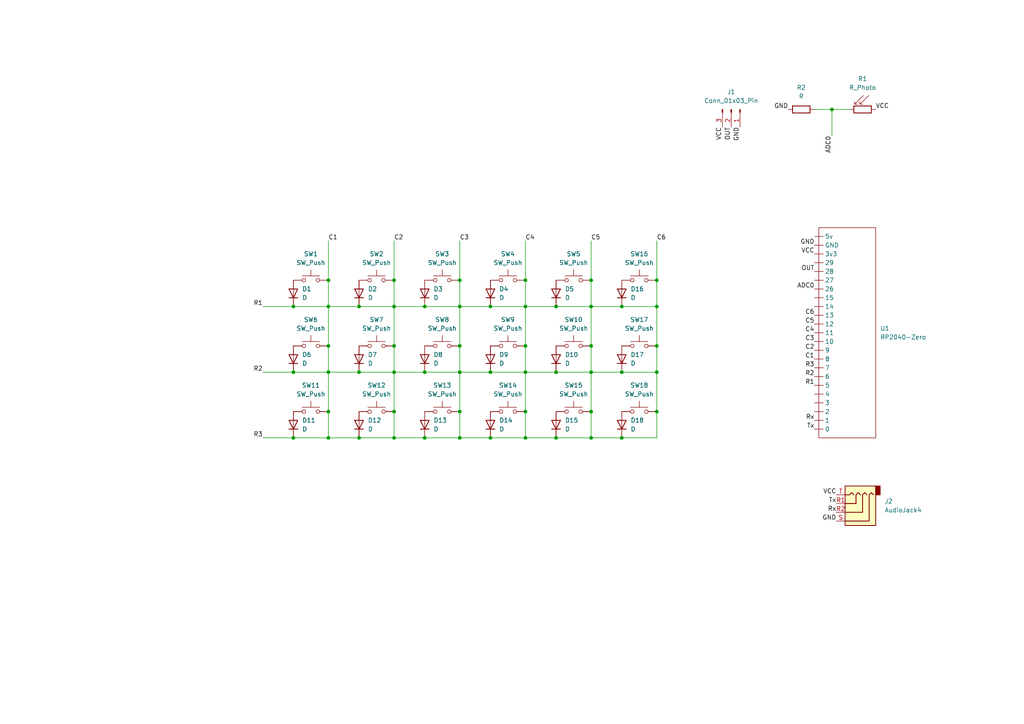
<source format=kicad_sch>
(kicad_sch (version 20250114) (generator "eeschema") (generator_version "9.0")
  (paper "A4")
  (lib_symbols
    (symbol "Connector:Conn_01x03_Pin" (pin_names (offset 1.016) (hide yes))
      (property "Reference" "J" (at 0 5.08 0))
      (property "Value" "Conn_01x03_Pin" (at 0 -5.08 0))
      (symbol "Conn_01x03_Pin_1_1"
        (rectangle (start 0.8636 2.667) (end 0 2.413) (stroke (width 0.1524)) (fill (type outline)))
        (rectangle (start 0.8636 0.127) (end 0 -0.127) (stroke (width 0.1524)) (fill (type outline)))
        (rectangle (start 0.8636 -2.413) (end 0 -2.667) (stroke (width 0.1524)) (fill (type outline)))
        (polyline (pts (xy 1.27 2.54) (xy 0.8636 2.54)) (stroke (width 0.1524)))
        (polyline (pts (xy 1.27 0) (xy 0.8636 0)) (stroke (width 0.1524)))
        (polyline (pts (xy 1.27 -2.54) (xy 0.8636 -2.54)) (stroke (width 0.1524)))
        (pin passive line (at 5.08 2.54 180) (length 3.81) (name "Pin_1") (number "1"))
        (pin passive line (at 5.08 0 180) (length 3.81) (name "Pin_2") (number "2"))
        (pin passive line (at 5.08 -2.54 180) (length 3.81) (name "Pin_3") (number "3"))
      )
    )
    (symbol "Connector_Audio:AudioJack4"
      (property "Reference" "J" (at 0 8.89 0))
      (property "Value" "AudioJack4" (at 0 6.35 0))
      (symbol "AudioJack4_0_1"
        (rectangle (start -6.35 -5.08) (end -7.62 -7.62) (stroke (width 0.254)) (fill (type outline)))
        (polyline (pts (xy -5.715 -5.08) (xy -5.08 -5.715) (xy -4.445 -5.08) (xy -4.445 2.54) (xy 2.54 2.54)) (stroke (width 0.254)))
        (polyline (pts (xy -1.905 -5.08) (xy -1.27 -5.715) (xy -0.635 -5.08) (xy -0.635 -2.54) (xy 2.54 -2.54)) (stroke (width 0.254)))
        (polyline (pts (xy 0 -5.08) (xy 0.635 -5.715) (xy 1.27 -5.08) (xy 2.54 -5.08)) (stroke (width 0.254)))
        (rectangle (start 2.54 3.81) (end -6.35 -7.62) (stroke (width 0.254)) (fill (type background)))
        (polyline (pts (xy 2.54 0) (xy -2.54 0) (xy -2.54 -5.08) (xy -3.175 -5.715) (xy -3.81 -5.08)) (stroke (width 0.254)))
      )
      (symbol "AudioJack4_1_1"
        (pin passive line (at 5.08 2.54 180) (length 2.54) (name "~") (number "S"))
        (pin passive line (at 5.08 0 180) (length 2.54) (name "~") (number "R2"))
        (pin passive line (at 5.08 -2.54 180) (length 2.54) (name "~") (number "R1"))
        (pin passive line (at 5.08 -5.08 180) (length 2.54) (name "~") (number "T"))
      )
    )
    (symbol "Device:D" (pin_numbers (hide yes)) (pin_names (offset 1.016) (hide yes))
      (property "Reference" "D" (at 0 2.54 0))
      (property "Value" "D" (at 0 -2.54 0))
      (symbol "D_0_1"
        (polyline (pts (xy -1.27 1.27) (xy -1.27 -1.27)) (stroke (width 0.254)))
        (polyline (pts (xy 1.27 1.27) (xy 1.27 -1.27) (xy -1.27 0) (xy 1.27 1.27)) (stroke (width 0.254)))
        (polyline (pts (xy 1.27 0) (xy -1.27 0)))
      )
      (symbol "D_1_1"
        (pin passive line (at -3.81 0 0) (length 2.54) (name "K") (number "1"))
        (pin passive line (at 3.81 0 180) (length 2.54) (name "A") (number "2"))
      )
    )
    (symbol "Device:R" (pin_numbers (hide yes)) (pin_names (offset 0))
      (property "Reference" "R" (at 2.032 0 90))
      (property "Value" "R" (at 0 0 90))
      (symbol "R_0_1"
        (rectangle (start -1.016 -2.54) (end 1.016 2.54) (stroke (width 0.254)))
      )
      (symbol "R_1_1"
        (pin passive line (at 0 3.81 270) (length 1.27) (name "~") (number "1"))
        (pin passive line (at 0 -3.81 90) (length 1.27) (name "~") (number "2"))
      )
    )
    (symbol "Device:R_Photo" (pin_numbers (hide yes)) (pin_names (offset 0))
      (property "Reference" "R" (at 1.27 1.27 0))
      (property "Value" "R_Photo" (at 1.27 0 0))
      (symbol "R_Photo_0_1"
        (polyline (pts (xy -1.524 -0.762) (xy -4.064 1.778)))
        (polyline (pts (xy -1.524 -0.762) (xy -2.286 -0.762)))
        (polyline (pts (xy -1.524 -0.762) (xy -1.524 0)))
        (polyline (pts (xy -1.524 -2.286) (xy -4.064 0.254)))
        (polyline (pts (xy -1.524 -2.286) (xy -2.286 -2.286)))
        (polyline (pts (xy -1.524 -2.286) (xy -1.524 -1.524)))
        (rectangle (start -1.016 2.54) (end 1.016 -2.54) (stroke (width 0.254)))
      )
      (symbol "R_Photo_1_1"
        (pin passive line (at 0 3.81 270) (length 1.27) (name "~") (number "1"))
        (pin passive line (at 0 -3.81 90) (length 1.27) (name "~") (number "2"))
      )
    )
    (symbol "RP2040-Zero:RP2040-Zero" (pin_numbers (hide yes))
      (property "Reference" "U" (at 0 0 0))
      (property "Value" "RP2040-Zero" (at 0 -2.54 0))
      (symbol "RP2040-Zero_0_1"
        (rectangle (start -7.62 6.35) (end 8.89 -54.61))
      )
      (symbol "RP2040-Zero_1_1"
        (pin bidirectional line (at 10.16 3.81 180) (length 2.54) (name "0") (number "0"))
        (pin bidirectional line (at 10.16 1.27 180) (length 2.54) (name "1") (number "1"))
        (pin bidirectional line (at 10.16 -1.27 180) (length 2.54) (name "2") (number "2"))
        (pin bidirectional line (at 10.16 -3.81 180) (length 2.54) (name "3") (number "3"))
        (pin bidirectional line (at 10.16 -6.35 180) (length 2.54) (name "4") (number "4"))
        (pin bidirectional line (at 10.16 -8.89 180) (length 2.54) (name "5") (number "5"))
        (pin bidirectional line (at 10.16 -11.43 180) (length 2.54) (name "6") (number "6"))
        (pin bidirectional line (at 10.16 -13.97 180) (length 2.54) (name "7") (number "7"))
        (pin bidirectional line (at 10.16 -16.51 180) (length 2.54) (name "8") (number "8"))
        (pin bidirectional line (at 10.16 -19.05 180) (length 2.54) (name "9") (number "9"))
        (pin bidirectional line (at 10.16 -21.59 180) (length 2.54) (name "10") (number "10"))
        (pin bidirectional line (at 10.16 -24.13 180) (length 2.54) (name "11") (number "11"))
        (pin bidirectional line (at 10.16 -26.67 180) (length 2.54) (name "12") (number "12"))
        (pin bidirectional line (at 10.16 -29.21 180) (length 2.54) (name "13") (number "13"))
        (pin bidirectional line (at 10.16 -31.75 180) (length 2.54) (name "14") (number "14"))
        (pin bidirectional line (at 10.16 -34.29 180) (length 2.54) (name "15") (number "15"))
        (pin bidirectional line (at 10.16 -36.83 180) (length 2.54) (name "26") (number "26"))
        (pin bidirectional line (at 10.16 -39.37 180) (length 2.54) (name "27") (number "27"))
        (pin bidirectional line (at 10.16 -41.91 180) (length 2.54) (name "28") (number "28"))
        (pin bidirectional line (at 10.16 -44.45 180) (length 2.54) (name "29") (number "29"))
        (pin bidirectional line (at 10.16 -46.99 180) (length 2.54) (name "3v3") (number "3v3"))
        (pin bidirectional line (at 10.16 -49.53 180) (length 2.54) (name "GND") (number "GND"))
        (pin bidirectional line (at 10.16 -52.07 180) (length 2.54) (name "5v") (number "5v"))
      )
    )
    (symbol "Switch:SW_Push" (pin_numbers (hide yes)) (pin_names (offset 1.016) (hide yes))
      (property "Reference" "SW" (at 1.27 2.54 0))
      (property "Value" "SW_Push" (at 0 -1.524 0))
      (symbol "SW_Push_0_1"
        (circle (center -2.032 0) (radius 0.508))
        (polyline (pts (xy 0 1.27) (xy 0 3.048)))
        (circle (center 2.032 0) (radius 0.508))
        (polyline (pts (xy 2.54 1.27) (xy -2.54 1.27)))
        (pin passive line (at -5.08 0 0) (length 2.54) (name "1") (number "1"))
        (pin passive line (at 5.08 0 180) (length 2.54) (name "2") (number "2"))
      )
    )
  )
  (junction (at 190.5 119.38))
  (junction (at 104.14 127))
  (junction (at 95.25 119.38))
  (junction (at 95.25 100.33))
  (junction (at 152.4 127))
  (junction (at 114.3 127))
  (junction (at 152.4 81.28))
  (junction (at 171.45 127))
  (junction (at 114.3 88.9))
  (junction (at 171.45 107.95))
  (junction (at 171.45 119.38))
  (junction (at 190.5 100.33))
  (junction (at 180.34 107.95))
  (junction (at 133.35 100.33))
  (junction (at 123.19 88.9))
  (junction (at 114.3 81.28))
  (junction (at 241.3 31.75))
  (junction (at 190.5 107.95))
  (junction (at 114.3 100.33))
  (junction (at 171.45 100.33))
  (junction (at 171.45 88.9))
  (junction (at 161.29 88.9))
  (junction (at 161.29 107.95))
  (junction (at 133.35 127))
  (junction (at 123.19 127))
  (junction (at 114.3 119.38))
  (junction (at 104.14 88.9))
  (junction (at 104.14 107.95))
  (junction (at 95.25 127))
  (junction (at 142.24 88.9))
  (junction (at 133.35 107.95))
  (junction (at 85.09 88.9))
  (junction (at 152.4 100.33))
  (junction (at 190.5 88.9))
  (junction (at 190.5 81.28))
  (junction (at 161.29 127))
  (junction (at 85.09 127))
  (junction (at 85.09 107.95))
  (junction (at 142.24 107.95))
  (junction (at 171.45 81.28))
  (junction (at 142.24 127))
  (junction (at 95.25 107.95))
  (junction (at 152.4 119.38))
  (junction (at 133.35 81.28))
  (junction (at 152.4 107.95))
  (junction (at 95.25 81.28))
  (junction (at 114.3 107.95))
  (junction (at 123.19 107.95))
  (junction (at 133.35 119.38))
  (junction (at 180.34 88.9))
  (junction (at 95.25 88.9))
  (junction (at 180.34 127))
  (junction (at 133.35 88.9))
  (junction (at 152.4 88.9))
  (wire (pts (xy 133.35 100.33) (xy 133.35 107.95)))
  (wire (pts (xy 95.25 88.9) (xy 104.14 88.9)))
  (wire (pts (xy 142.24 107.95) (xy 152.4 107.95)))
  (wire (pts (xy 161.29 127) (xy 171.45 127)))
  (wire (pts (xy 114.3 100.33) (xy 114.3 107.95)))
  (wire (pts (xy 171.45 100.33) (xy 171.45 107.95)))
  (wire (pts (xy 190.5 88.9) (xy 190.5 100.33)))
  (wire (pts (xy 152.4 107.95) (xy 161.29 107.95)))
  (wire (pts (xy 152.4 69.85) (xy 152.4 81.28)))
  (wire (pts (xy 95.25 119.38) (xy 95.25 127)))
  (wire (pts (xy 190.5 107.95) (xy 190.5 119.38)))
  (wire (pts (xy 114.3 119.38) (xy 114.3 127)))
  (wire (pts (xy 114.3 107.95) (xy 114.3 119.38)))
  (wire (pts (xy 152.4 107.95) (xy 152.4 119.38)))
  (wire (pts (xy 133.35 88.9) (xy 142.24 88.9)))
  (wire (pts (xy 76.2 107.95) (xy 85.09 107.95)))
  (wire (pts (xy 104.14 88.9) (xy 114.3 88.9)))
  (wire (pts (xy 114.3 81.28) (xy 114.3 88.9)))
  (wire (pts (xy 95.25 69.85) (xy 95.25 81.28)))
  (wire (pts (xy 171.45 81.28) (xy 171.45 88.9)))
  (wire (pts (xy 241.3 31.75) (xy 241.3 39.37)))
  (wire (pts (xy 152.4 88.9) (xy 161.29 88.9)))
  (wire (pts (xy 114.3 127) (xy 123.19 127)))
  (wire (pts (xy 152.4 100.33) (xy 152.4 107.95)))
  (wire (pts (xy 123.19 127) (xy 133.35 127)))
  (wire (pts (xy 171.45 107.95) (xy 180.34 107.95)))
  (wire (pts (xy 123.19 88.9) (xy 133.35 88.9)))
  (wire (pts (xy 95.25 127) (xy 104.14 127)))
  (wire (pts (xy 180.34 107.95) (xy 190.5 107.95)))
  (wire (pts (xy 152.4 81.28) (xy 152.4 88.9)))
  (wire (pts (xy 133.35 119.38) (xy 133.35 127)))
  (wire (pts (xy 85.09 107.95) (xy 95.25 107.95)))
  (wire (pts (xy 142.24 88.9) (xy 152.4 88.9)))
  (wire (pts (xy 190.5 100.33) (xy 190.5 107.95)))
  (wire (pts (xy 171.45 88.9) (xy 180.34 88.9)))
  (wire (pts (xy 152.4 119.38) (xy 152.4 127)))
  (wire (pts (xy 133.35 127) (xy 142.24 127)))
  (wire (pts (xy 95.25 88.9) (xy 95.25 100.33)))
  (wire (pts (xy 171.45 88.9) (xy 171.45 100.33)))
  (wire (pts (xy 133.35 69.85) (xy 133.35 81.28)))
  (wire (pts (xy 161.29 107.95) (xy 171.45 107.95)))
  (wire (pts (xy 180.34 127) (xy 190.5 127)))
  (wire (pts (xy 171.45 127) (xy 180.34 127)))
  (wire (pts (xy 236.22 31.75) (xy 241.3 31.75)))
  (wire (pts (xy 123.19 107.95) (xy 133.35 107.95)))
  (wire (pts (xy 114.3 88.9) (xy 114.3 100.33)))
  (wire (pts (xy 133.35 88.9) (xy 133.35 100.33)))
  (wire (pts (xy 114.3 88.9) (xy 123.19 88.9)))
  (wire (pts (xy 133.35 107.95) (xy 142.24 107.95)))
  (wire (pts (xy 161.29 88.9) (xy 171.45 88.9)))
  (wire (pts (xy 95.25 107.95) (xy 95.25 119.38)))
  (wire (pts (xy 76.2 127) (xy 85.09 127)))
  (wire (pts (xy 95.25 81.28) (xy 95.25 88.9)))
  (wire (pts (xy 95.25 100.33) (xy 95.25 107.95)))
  (wire (pts (xy 190.5 119.38) (xy 190.5 127)))
  (wire (pts (xy 76.2 88.9) (xy 85.09 88.9)))
  (wire (pts (xy 133.35 81.28) (xy 133.35 88.9)))
  (wire (pts (xy 104.14 127) (xy 114.3 127)))
  (wire (pts (xy 133.35 107.95) (xy 133.35 119.38)))
  (wire (pts (xy 171.45 119.38) (xy 171.45 127)))
  (wire (pts (xy 114.3 107.95) (xy 123.19 107.95)))
  (wire (pts (xy 85.09 127) (xy 95.25 127)))
  (wire (pts (xy 114.3 69.85) (xy 114.3 81.28)))
  (wire (pts (xy 152.4 88.9) (xy 152.4 100.33)))
  (wire (pts (xy 171.45 107.95) (xy 171.45 119.38)))
  (wire (pts (xy 85.09 88.9) (xy 95.25 88.9)))
  (wire (pts (xy 180.34 88.9) (xy 190.5 88.9)))
  (wire (pts (xy 171.45 69.85) (xy 171.45 81.28)))
  (wire (pts (xy 142.24 127) (xy 152.4 127)))
  (wire (pts (xy 104.14 107.95) (xy 114.3 107.95)))
  (wire (pts (xy 190.5 69.85) (xy 190.5 81.28)))
  (wire (pts (xy 190.5 81.28) (xy 190.5 88.9)))
  (wire (pts (xy 241.3 31.75) (xy 246.38 31.75)))
  (wire (pts (xy 95.25 107.95) (xy 104.14 107.95)))
  (wire (pts (xy 152.4 127) (xy 161.29 127)))
  (label "C1" (at 236.22 104.14 180))
  (label "GND" (at 214.63 36.83 270))
  (label "Tx" (at 236.22 124.46 180))
  (label "R1" (at 236.22 111.76 180))
  (label "OUT" (at 212.09 36.83 270))
  (label "C1" (at 95.25 69.85 0))
  (label "C3" (at 236.22 99.06 180))
  (label "R2" (at 76.2 107.95 180))
  (label "C6" (at 236.22 91.44 180))
  (label "C4" (at 236.22 96.52 180))
  (label "VCC" (at 254 31.75 0))
  (label "ADC0" (at 236.22 83.82 180))
  (label "ADC0" (at 241.3 39.37 270))
  (label "GND" (at 236.22 71.12 180))
  (label "OUT" (at 236.22 78.74 180))
  (label "C3" (at 133.35 69.85 0))
  (label "R3" (at 76.2 127 180))
  (label "R2" (at 236.22 109.22 180))
  (label "C5" (at 171.45 69.85 0))
  (label "C6" (at 190.5 69.85 0))
  (label "C5" (at 236.22 93.98 180))
  (label "R3" (at 236.22 106.68 180))
  (label "C2" (at 114.3 69.85 0))
  (label "VCC" (at 209.55 36.83 270))
  (label "GND" (at 228.6 31.75 180))
  (label "Tx" (at 242.57 146.05 180))
  (label "VCC" (at 236.22 73.66 180))
  (label "Rx" (at 242.57 148.59 180))
  (label "C4" (at 152.4 69.85 0))
  (label "VCC" (at 242.57 143.51 180))
  (label "R1" (at 76.2 88.9 180))
  (label "Rx" (at 236.22 121.92 180))
  (label "C2" (at 236.22 101.6 180))
  (label "GND" (at 242.57 151.13 180))
  (symbol (lib_id "RP2040-Zero:RP2040-Zero") (at 246.38 120.65 180) (unit 1)
    (property "Reference" "U1" (at 255.27 95.2499 0) (effects (justify right)))
    (property "Value" "RP2040-Zero" (at 255.27 97.7899 0) (effects (justify right)))
  )
  (symbol (lib_id "Switch:SW_Push") (at 90.17 100.33 0) (unit 1)
    (property "Reference" "SW6" (at 90.17 92.71 0))
    (property "Value" "SW_Push" (at 90.17 95.25 0))
    (property "Description" "Push button switch, generic, two pins" (effects (hide yes)))
  )
  (symbol (lib_id "Device:D") (at 142.24 85.09 90) (unit 1)
    (property "Reference" "D4" (at 144.78 83.8199 90) (effects (justify right)))
    (property "Value" "D" (at 144.78 86.3599 90) (effects (justify right)))
    (property "Description" "Diode" (effects (hide yes)))
    (property "Sim.Device" "D" (effects (hide yes)))
    (property "Sim.Pins" "1=K 2=A" (effects (hide yes)))
  )
  (symbol (lib_id "Switch:SW_Push") (at 147.32 119.38 0) (unit 1)
    (property "Reference" "SW14" (at 147.32 111.76 0))
    (property "Value" "SW_Push" (at 147.32 114.3 0))
    (property "Description" "Push button switch, generic, two pins" (effects (hide yes)))
  )
  (symbol (lib_id "Switch:SW_Push") (at 166.37 100.33 0) (unit 1)
    (property "Reference" "SW10" (at 166.37 92.71 0))
    (property "Value" "SW_Push" (at 166.37 95.25 0))
    (property "Description" "Push button switch, generic, two pins" (effects (hide yes)))
  )
  (symbol (lib_id "Device:D") (at 123.19 85.09 90) (unit 1)
    (property "Reference" "D3" (at 125.73 83.8199 90) (effects (justify right)))
    (property "Value" "D" (at 125.73 86.3599 90) (effects (justify right)))
    (property "Description" "Diode" (effects (hide yes)))
    (property "Sim.Device" "D" (effects (hide yes)))
    (property "Sim.Pins" "1=K 2=A" (effects (hide yes)))
  )
  (symbol (lib_id "Device:D") (at 161.29 104.14 90) (unit 1)
    (property "Reference" "D10" (at 163.83 102.8699 90) (effects (justify right)))
    (property "Value" "D" (at 163.83 105.4099 90) (effects (justify right)))
    (property "Description" "Diode" (effects (hide yes)))
    (property "Sim.Device" "D" (effects (hide yes)))
    (property "Sim.Pins" "1=K 2=A" (effects (hide yes)))
  )
  (symbol (lib_id "Switch:SW_Push") (at 128.27 119.38 0) (unit 1)
    (property "Reference" "SW13" (at 128.27 111.76 0))
    (property "Value" "SW_Push" (at 128.27 114.3 0))
    (property "Description" "Push button switch, generic, two pins" (effects (hide yes)))
  )
  (symbol (lib_id "Switch:SW_Push") (at 147.32 81.28 0) (unit 1)
    (property "Reference" "SW4" (at 147.32 73.66 0))
    (property "Value" "SW_Push" (at 147.32 76.2 0))
    (property "Description" "Push button switch, generic, two pins" (effects (hide yes)))
  )
  (symbol (lib_id "Switch:SW_Push") (at 90.17 81.28 0) (unit 1)
    (property "Reference" "SW1" (at 90.17 73.66 0))
    (property "Value" "SW_Push" (at 90.17 76.2 0))
    (property "Description" "Push button switch, generic, two pins" (effects (hide yes)))
  )
  (symbol (lib_id "Device:D") (at 142.24 104.14 90) (unit 1)
    (property "Reference" "D9" (at 144.78 102.8699 90) (effects (justify right)))
    (property "Value" "D" (at 144.78 105.4099 90) (effects (justify right)))
    (property "Description" "Diode" (effects (hide yes)))
    (property "Sim.Device" "D" (effects (hide yes)))
    (property "Sim.Pins" "1=K 2=A" (effects (hide yes)))
  )
  (symbol (lib_id "Device:D") (at 180.34 123.19 90) (unit 1)
    (property "Reference" "D18" (at 182.88 121.9199 90) (effects (justify right)))
    (property "Value" "D" (at 182.88 124.4599 90) (effects (justify right)))
    (property "Description" "Diode" (effects (hide yes)))
    (property "Sim.Device" "D" (effects (hide yes)))
    (property "Sim.Pins" "1=K 2=A" (effects (hide yes)))
  )
  (symbol (lib_id "Switch:SW_Push") (at 185.42 81.28 0) (unit 1)
    (property "Reference" "SW16" (at 185.42 73.66 0))
    (property "Value" "SW_Push" (at 185.42 76.2 0))
    (property "Description" "Push button switch, generic, two pins" (effects (hide yes)))
  )
  (symbol (lib_id "Switch:SW_Push") (at 166.37 81.28 0) (unit 1)
    (property "Reference" "SW5" (at 166.37 73.66 0))
    (property "Value" "SW_Push" (at 166.37 76.2 0))
    (property "Description" "Push button switch, generic, two pins" (effects (hide yes)))
  )
  (symbol (lib_id "Switch:SW_Push") (at 128.27 81.28 0) (unit 1)
    (property "Reference" "SW3" (at 128.27 73.66 0))
    (property "Value" "SW_Push" (at 128.27 76.2 0))
    (property "Description" "Push button switch, generic, two pins" (effects (hide yes)))
  )
  (symbol (lib_id "Device:D") (at 142.24 123.19 90) (unit 1)
    (property "Reference" "D14" (at 144.78 121.9199 90) (effects (justify right)))
    (property "Value" "D" (at 144.78 124.4599 90) (effects (justify right)))
    (property "Description" "Diode" (effects (hide yes)))
    (property "Sim.Device" "D" (effects (hide yes)))
    (property "Sim.Pins" "1=K 2=A" (effects (hide yes)))
  )
  (symbol (lib_id "Device:R") (at 232.41 31.75 90) (unit 1)
    (property "Reference" "R2" (at 232.41 25.4 90))
    (property "Value" "R" (at 232.41 27.94 90))
    (property "Description" "Resistor" (effects (hide yes)))
  )
  (symbol (lib_id "Device:D") (at 85.09 85.09 90) (unit 1)
    (property "Reference" "D1" (at 87.63 83.8199 90) (effects (justify right)))
    (property "Value" "D" (at 87.63 86.3599 90) (effects (justify right)))
    (property "Description" "Diode" (effects (hide yes)))
    (property "Sim.Device" "D" (effects (hide yes)))
    (property "Sim.Pins" "1=K 2=A" (effects (hide yes)))
  )
  (symbol (lib_id "Switch:SW_Push") (at 185.42 119.38 0) (unit 1)
    (property "Reference" "SW18" (at 185.42 111.76 0))
    (property "Value" "SW_Push" (at 185.42 114.3 0))
    (property "Description" "Push button switch, generic, two pins" (effects (hide yes)))
  )
  (symbol (lib_id "Device:D") (at 85.09 104.14 90) (unit 1)
    (property "Reference" "D6" (at 87.63 102.8699 90) (effects (justify right)))
    (property "Value" "D" (at 87.63 105.4099 90) (effects (justify right)))
    (property "Description" "Diode" (effects (hide yes)))
    (property "Sim.Device" "D" (effects (hide yes)))
    (property "Sim.Pins" "1=K 2=A" (effects (hide yes)))
  )
  (symbol (lib_id "Device:R_Photo") (at 250.19 31.75 270) (unit 1)
    (property "Reference" "R1" (at 250.19 22.86 90))
    (property "Value" "R_Photo" (at 250.19 25.4 90))
    (property "Description" "Photoresistor to adjust LED brightness to ambient luminance" (effects (hide yes)))
  )
  (symbol (lib_id "Device:D") (at 161.29 85.09 90) (unit 1)
    (property "Reference" "D5" (at 163.83 83.8199 90) (effects (justify right)))
    (property "Value" "D" (at 163.83 86.3599 90) (effects (justify right)))
    (property "Description" "Diode" (effects (hide yes)))
    (property "Sim.Device" "D" (effects (hide yes)))
    (property "Sim.Pins" "1=K 2=A" (effects (hide yes)))
  )
  (symbol (lib_id "Device:D") (at 161.29 123.19 90) (unit 1)
    (property "Reference" "D15" (at 163.83 121.9199 90) (effects (justify right)))
    (property "Value" "D" (at 163.83 124.4599 90) (effects (justify right)))
    (property "Description" "Diode" (effects (hide yes)))
    (property "Sim.Device" "D" (effects (hide yes)))
    (property "Sim.Pins" "1=K 2=A" (effects (hide yes)))
  )
  (symbol (lib_id "Device:D") (at 85.09 123.19 90) (unit 1)
    (property "Reference" "D11" (at 87.63 121.9199 90) (effects (justify right)))
    (property "Value" "D" (at 87.63 124.4599 90) (effects (justify right)))
    (property "Description" "Diode" (effects (hide yes)))
    (property "Sim.Device" "D" (effects (hide yes)))
    (property "Sim.Pins" "1=K 2=A" (effects (hide yes)))
  )
  (symbol (lib_id "Connector:Conn_01x03_Pin") (at 212.09 31.75 270) (unit 1)
    (property "Reference" "J1" (at 212.09 26.67 90))
    (property "Value" "Conn_01x03_Pin" (at 212.09 29.21 90))
    (property "Description" "Placeholder for PIR" (effects (hide yes)))
  )
  (symbol (lib_id "Device:D") (at 123.19 123.19 90) (unit 1)
    (property "Reference" "D13" (at 125.73 121.9199 90) (effects (justify right)))
    (property "Value" "D" (at 125.73 124.4599 90) (effects (justify right)))
    (property "Description" "Diode" (effects (hide yes)))
    (property "Sim.Device" "D" (effects (hide yes)))
    (property "Sim.Pins" "1=K 2=A" (effects (hide yes)))
  )
  (symbol (lib_id "Device:D") (at 104.14 123.19 90) (unit 1)
    (property "Reference" "D12" (at 106.68 121.9199 90) (effects (justify right)))
    (property "Value" "D" (at 106.68 124.4599 90) (effects (justify right)))
    (property "Description" "Diode" (effects (hide yes)))
    (property "Sim.Device" "D" (effects (hide yes)))
    (property "Sim.Pins" "1=K 2=A" (effects (hide yes)))
  )
  (symbol (lib_id "Switch:SW_Push") (at 109.22 119.38 0) (unit 1)
    (property "Reference" "SW12" (at 109.22 111.76 0))
    (property "Value" "SW_Push" (at 109.22 114.3 0))
    (property "Description" "Push button switch, generic, two pins" (effects (hide yes)))
  )
  (symbol (lib_id "Switch:SW_Push") (at 128.27 100.33 0) (unit 1)
    (property "Reference" "SW8" (at 128.27 92.71 0))
    (property "Value" "SW_Push" (at 128.27 95.25 0))
    (property "Description" "Push button switch, generic, two pins" (effects (hide yes)))
  )
  (symbol (lib_id "Switch:SW_Push") (at 109.22 81.28 0) (unit 1)
    (property "Reference" "SW2" (at 109.22 73.66 0))
    (property "Value" "SW_Push" (at 109.22 76.2 0))
    (property "Description" "Push button switch, generic, two pins" (effects (hide yes)))
  )
  (symbol (lib_id "Switch:SW_Push") (at 109.22 100.33 0) (unit 1)
    (property "Reference" "SW7" (at 109.22 92.71 0))
    (property "Value" "SW_Push" (at 109.22 95.25 0))
    (property "Description" "Push button switch, generic, two pins" (effects (hide yes)))
  )
  (symbol (lib_id "Switch:SW_Push") (at 166.37 119.38 0) (unit 1)
    (property "Reference" "SW15" (at 166.37 111.76 0))
    (property "Value" "SW_Push" (at 166.37 114.3 0))
    (property "Description" "Push button switch, generic, two pins" (effects (hide yes)))
  )
  (symbol (lib_id "Switch:SW_Push") (at 185.42 100.33 0) (unit 1)
    (property "Reference" "SW17" (at 185.42 92.71 0))
    (property "Value" "SW_Push" (at 185.42 95.25 0))
    (property "Description" "Push button switch, generic, two pins" (effects (hide yes)))
  )
  (symbol (lib_id "Switch:SW_Push") (at 147.32 100.33 0) (unit 1)
    (property "Reference" "SW9" (at 147.32 92.71 0))
    (property "Value" "SW_Push" (at 147.32 95.25 0))
    (property "Description" "Push button switch, generic, two pins" (effects (hide yes)))
  )
  (symbol (lib_id "Connector_Audio:AudioJack4") (at 247.65 148.59 180) (unit 1)
    (property "Reference" "J2" (at 256.54 145.4149 0) (effects (justify right)))
    (property "Value" "AudioJack4" (at 256.54 147.9549 0) (effects (justify right)))
    (property "Description" "Audio Jack, 4 Poles (TRRS)" (effects (hide yes)))
  )
  (symbol (lib_id "Device:D") (at 180.34 104.14 90) (unit 1)
    (property "Reference" "D17" (at 182.88 102.8699 90) (effects (justify right)))
    (property "Value" "D" (at 182.88 105.4099 90) (effects (justify right)))
    (property "Description" "Diode" (effects (hide yes)))
    (property "Sim.Device" "D" (effects (hide yes)))
    (property "Sim.Pins" "1=K 2=A" (effects (hide yes)))
  )
  (symbol (lib_id "Switch:SW_Push") (at 90.17 119.38 0) (unit 1)
    (property "Reference" "SW11" (at 90.17 111.76 0))
    (property "Value" "SW_Push" (at 90.17 114.3 0))
    (property "Description" "Push button switch, generic, two pins" (effects (hide yes)))
  )
  (symbol (lib_id "Device:D") (at 123.19 104.14 90) (unit 1)
    (property "Reference" "D8" (at 125.73 102.8699 90) (effects (justify right)))
    (property "Value" "D" (at 125.73 105.4099 90) (effects (justify right)))
    (property "Description" "Diode" (effects (hide yes)))
    (property "Sim.Device" "D" (effects (hide yes)))
    (property "Sim.Pins" "1=K 2=A" (effects (hide yes)))
  )
  (symbol (lib_id "Device:D") (at 180.34 85.09 90) (unit 1)
    (property "Reference" "D16" (at 182.88 83.8199 90) (effects (justify right)))
    (property "Value" "D" (at 182.88 86.3599 90) (effects (justify right)))
    (property "Description" "Diode" (effects (hide yes)))
    (property "Sim.Device" "D" (effects (hide yes)))
    (property "Sim.Pins" "1=K 2=A" (effects (hide yes)))
  )
  (symbol (lib_id "Device:D") (at 104.14 104.14 90) (unit 1)
    (property "Reference" "D7" (at 106.68 102.8699 90) (effects (justify right)))
    (property "Value" "D" (at 106.68 105.4099 90) (effects (justify right)))
    (property "Description" "Diode" (effects (hide yes)))
    (property "Sim.Device" "D" (effects (hide yes)))
    (property "Sim.Pins" "1=K 2=A" (effects (hide yes)))
  )
  (symbol (lib_id "Device:D") (at 104.14 85.09 90) (unit 1)
    (property "Reference" "D2" (at 106.68 83.8199 90) (effects (justify right)))
    (property "Value" "D" (at 106.68 86.3599 90) (effects (justify right)))
    (property "Description" "Diode" (effects (hide yes)))
    (property "Sim.Device" "D" (effects (hide yes)))
    (property "Sim.Pins" "1=K 2=A" (effects (hide yes)))
  )
)
</source>
